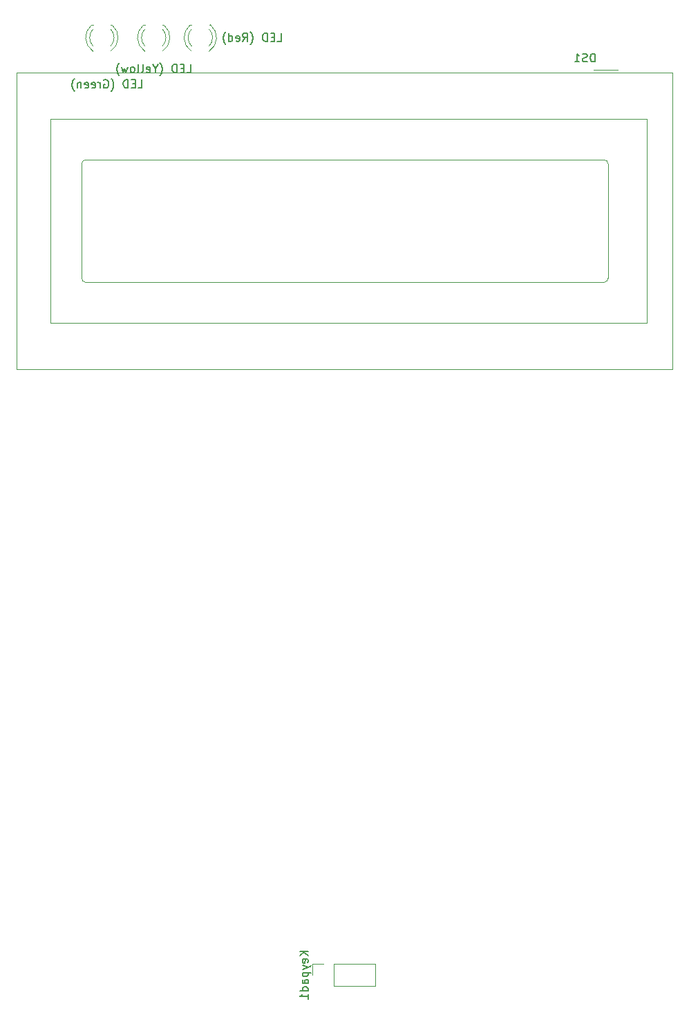
<source format=gbr>
G04 #@! TF.GenerationSoftware,KiCad,Pcbnew,(5.1.5)-3*
G04 #@! TF.CreationDate,2020-04-07T21:38:51+01:00*
G04 #@! TF.ProjectId,Keypad,4b657970-6164-42e6-9b69-6361645f7063,1*
G04 #@! TF.SameCoordinates,Original*
G04 #@! TF.FileFunction,Legend,Bot*
G04 #@! TF.FilePolarity,Positive*
%FSLAX46Y46*%
G04 Gerber Fmt 4.6, Leading zero omitted, Abs format (unit mm)*
G04 Created by KiCad (PCBNEW (5.1.5)-3) date 2020-04-07 21:38:51*
%MOMM*%
%LPD*%
G04 APERTURE LIST*
%ADD10C,0.120000*%
%ADD11C,0.150000*%
%ADD12C,0.100000*%
%ADD13O,1.702000X2.102000*%
%ADD14R,2.102000X2.102000*%
%ADD15C,3.102000*%
%ADD16O,1.902000X2.702000*%
%ADD17R,1.902000X2.702000*%
%ADD18C,1.702000*%
%ADD19R,1.702000X1.702000*%
%ADD20R,3.602000X3.602000*%
%ADD21O,3.602000X3.602000*%
%ADD22O,1.702000X1.702000*%
%ADD23O,1.802000X1.802000*%
%ADD24R,1.802000X1.802000*%
%ADD25C,2.202000*%
%ADD26O,1.802000X2.102000*%
%ADD27C,1.902000*%
%ADD28R,1.902000X1.902000*%
G04 APERTURE END LIST*
D10*
X186670636Y-68019233D02*
X186670636Y-43019233D01*
X113670636Y-68019233D02*
X186670636Y-68019233D01*
X113670636Y-43019233D02*
X113670636Y-68019233D01*
X186670636Y-43019233D02*
X113670636Y-43019233D01*
X181469976Y-48017693D02*
G75*
G02X181970356Y-48518073I0J-500380D01*
G01*
X181970356Y-62518553D02*
G75*
G02X181469976Y-63018933I-500380J0D01*
G01*
X117969976Y-63018933D02*
G75*
G02X117469596Y-62518553I0J500380D01*
G01*
X117470636Y-48519233D02*
G75*
G02X117970636Y-48019233I500000J0D01*
G01*
X117470636Y-48519233D02*
X117470636Y-62519233D01*
X117969976Y-63019233D02*
X181470636Y-63019233D01*
X181970356Y-62518553D02*
X181970356Y-48519233D01*
X181470636Y-48019233D02*
X117970636Y-48019233D01*
X183170636Y-37019233D02*
X180170636Y-37019233D01*
X189800636Y-37379233D02*
X189010636Y-37379233D01*
X189810636Y-37379233D02*
X189810636Y-73659233D01*
X109530636Y-37379233D02*
X189010636Y-37379233D01*
X109530636Y-73659233D02*
X109530636Y-37379233D01*
X189810636Y-73659233D02*
X109530636Y-73659233D01*
X145736000Y-146498000D02*
X145736000Y-147828000D01*
X147066000Y-146498000D02*
X145736000Y-146498000D01*
X148336000Y-146498000D02*
X148336000Y-149158000D01*
X148336000Y-149158000D02*
X153476000Y-149158000D01*
X148336000Y-146498000D02*
X153476000Y-146498000D01*
X153476000Y-146498000D02*
X153476000Y-149158000D01*
X133082585Y-31492360D02*
X133238585Y-31492360D01*
X130766585Y-31492360D02*
X130922585Y-31492360D01*
X133082422Y-34093490D02*
G75*
G03X133082585Y-32011399I-1079837J1041130D01*
G01*
X130922748Y-34093490D02*
G75*
G02X130922585Y-32011399I1079837J1041130D01*
G01*
X133081193Y-34724695D02*
G75*
G03X133238101Y-31492360I-1078608J1672335D01*
G01*
X130923977Y-34724695D02*
G75*
G02X130767069Y-31492360I1078608J1672335D01*
G01*
X127367585Y-31492360D02*
X127523585Y-31492360D01*
X125051585Y-31492360D02*
X125207585Y-31492360D01*
X127367422Y-34093490D02*
G75*
G03X127367585Y-32011399I-1079837J1041130D01*
G01*
X125207748Y-34093490D02*
G75*
G02X125207585Y-32011399I1079837J1041130D01*
G01*
X127366193Y-34724695D02*
G75*
G03X127523101Y-31492360I-1078608J1672335D01*
G01*
X125208977Y-34724695D02*
G75*
G02X125052069Y-31492360I1078608J1672335D01*
G01*
X121017585Y-31492360D02*
X121173585Y-31492360D01*
X118701585Y-31492360D02*
X118857585Y-31492360D01*
X121017422Y-34093490D02*
G75*
G03X121017585Y-32011399I-1079837J1041130D01*
G01*
X118857748Y-34093490D02*
G75*
G02X118857585Y-32011399I1079837J1041130D01*
G01*
X121016193Y-34724695D02*
G75*
G03X121173101Y-31492360I-1078608J1672335D01*
G01*
X118858977Y-34724695D02*
G75*
G02X118702069Y-31492360I1078608J1672335D01*
G01*
D11*
X180344921Y-36026613D02*
X180344921Y-35026613D01*
X180106826Y-35026613D01*
X179963969Y-35074233D01*
X179868731Y-35169471D01*
X179821112Y-35264709D01*
X179773493Y-35455185D01*
X179773493Y-35598042D01*
X179821112Y-35788518D01*
X179868731Y-35883756D01*
X179963969Y-35978994D01*
X180106826Y-36026613D01*
X180344921Y-36026613D01*
X179392540Y-35978994D02*
X179249683Y-36026613D01*
X179011588Y-36026613D01*
X178916350Y-35978994D01*
X178868731Y-35931375D01*
X178821112Y-35836137D01*
X178821112Y-35740899D01*
X178868731Y-35645661D01*
X178916350Y-35598042D01*
X179011588Y-35550423D01*
X179202064Y-35502804D01*
X179297302Y-35455185D01*
X179344921Y-35407566D01*
X179392540Y-35312328D01*
X179392540Y-35217090D01*
X179344921Y-35121852D01*
X179297302Y-35074233D01*
X179202064Y-35026613D01*
X178963969Y-35026613D01*
X178821112Y-35074233D01*
X177868731Y-36026613D02*
X178440159Y-36026613D01*
X178154445Y-36026613D02*
X178154445Y-35026613D01*
X178249683Y-35169471D01*
X178344921Y-35264709D01*
X178440159Y-35312328D01*
X145188380Y-144923238D02*
X144188380Y-144923238D01*
X145188380Y-145494666D02*
X144616952Y-145066095D01*
X144188380Y-145494666D02*
X144759809Y-144923238D01*
X145140761Y-146304190D02*
X145188380Y-146208952D01*
X145188380Y-146018476D01*
X145140761Y-145923238D01*
X145045523Y-145875619D01*
X144664571Y-145875619D01*
X144569333Y-145923238D01*
X144521714Y-146018476D01*
X144521714Y-146208952D01*
X144569333Y-146304190D01*
X144664571Y-146351809D01*
X144759809Y-146351809D01*
X144855047Y-145875619D01*
X144521714Y-146685142D02*
X145188380Y-146923238D01*
X144521714Y-147161333D02*
X145188380Y-146923238D01*
X145426476Y-146828000D01*
X145474095Y-146780380D01*
X145521714Y-146685142D01*
X144521714Y-147542285D02*
X145521714Y-147542285D01*
X144569333Y-147542285D02*
X144521714Y-147637523D01*
X144521714Y-147828000D01*
X144569333Y-147923238D01*
X144616952Y-147970857D01*
X144712190Y-148018476D01*
X144997904Y-148018476D01*
X145093142Y-147970857D01*
X145140761Y-147923238D01*
X145188380Y-147828000D01*
X145188380Y-147637523D01*
X145140761Y-147542285D01*
X145188380Y-148875619D02*
X144664571Y-148875619D01*
X144569333Y-148828000D01*
X144521714Y-148732761D01*
X144521714Y-148542285D01*
X144569333Y-148447047D01*
X145140761Y-148875619D02*
X145188380Y-148780380D01*
X145188380Y-148542285D01*
X145140761Y-148447047D01*
X145045523Y-148399428D01*
X144950285Y-148399428D01*
X144855047Y-148447047D01*
X144807428Y-148542285D01*
X144807428Y-148780380D01*
X144759809Y-148875619D01*
X145188380Y-149780380D02*
X144188380Y-149780380D01*
X145140761Y-149780380D02*
X145188380Y-149685142D01*
X145188380Y-149494666D01*
X145140761Y-149399428D01*
X145093142Y-149351809D01*
X144997904Y-149304190D01*
X144712190Y-149304190D01*
X144616952Y-149351809D01*
X144569333Y-149399428D01*
X144521714Y-149494666D01*
X144521714Y-149685142D01*
X144569333Y-149780380D01*
X145188380Y-150780380D02*
X145188380Y-150208952D01*
X145188380Y-150494666D02*
X144188380Y-150494666D01*
X144331238Y-150399428D01*
X144426476Y-150304190D01*
X144474095Y-150208952D01*
X141424013Y-33504740D02*
X141900204Y-33504740D01*
X141900204Y-32504740D01*
X141090680Y-32980931D02*
X140757346Y-32980931D01*
X140614489Y-33504740D02*
X141090680Y-33504740D01*
X141090680Y-32504740D01*
X140614489Y-32504740D01*
X140185918Y-33504740D02*
X140185918Y-32504740D01*
X139947823Y-32504740D01*
X139804965Y-32552360D01*
X139709727Y-32647598D01*
X139662108Y-32742836D01*
X139614489Y-32933312D01*
X139614489Y-33076169D01*
X139662108Y-33266645D01*
X139709727Y-33361883D01*
X139804965Y-33457121D01*
X139947823Y-33504740D01*
X140185918Y-33504740D01*
X138138299Y-33885693D02*
X138185918Y-33838074D01*
X138281156Y-33695217D01*
X138328775Y-33599979D01*
X138376394Y-33457121D01*
X138424013Y-33219026D01*
X138424013Y-33028550D01*
X138376394Y-32790455D01*
X138328775Y-32647598D01*
X138281156Y-32552360D01*
X138185918Y-32409502D01*
X138138299Y-32361883D01*
X137185918Y-33504740D02*
X137519251Y-33028550D01*
X137757346Y-33504740D02*
X137757346Y-32504740D01*
X137376394Y-32504740D01*
X137281156Y-32552360D01*
X137233537Y-32599979D01*
X137185918Y-32695217D01*
X137185918Y-32838074D01*
X137233537Y-32933312D01*
X137281156Y-32980931D01*
X137376394Y-33028550D01*
X137757346Y-33028550D01*
X136376394Y-33457121D02*
X136471632Y-33504740D01*
X136662108Y-33504740D01*
X136757346Y-33457121D01*
X136804965Y-33361883D01*
X136804965Y-32980931D01*
X136757346Y-32885693D01*
X136662108Y-32838074D01*
X136471632Y-32838074D01*
X136376394Y-32885693D01*
X136328775Y-32980931D01*
X136328775Y-33076169D01*
X136804965Y-33171407D01*
X135471632Y-33504740D02*
X135471632Y-32504740D01*
X135471632Y-33457121D02*
X135566870Y-33504740D01*
X135757346Y-33504740D01*
X135852585Y-33457121D01*
X135900204Y-33409502D01*
X135947823Y-33314264D01*
X135947823Y-33028550D01*
X135900204Y-32933312D01*
X135852585Y-32885693D01*
X135757346Y-32838074D01*
X135566870Y-32838074D01*
X135471632Y-32885693D01*
X135090680Y-33885693D02*
X135043061Y-33838074D01*
X134947823Y-33695217D01*
X134900204Y-33599979D01*
X134852585Y-33457121D01*
X134804965Y-33219026D01*
X134804965Y-33028550D01*
X134852585Y-32790455D01*
X134900204Y-32647598D01*
X134947823Y-32552360D01*
X135043061Y-32409502D01*
X135090680Y-32361883D01*
X130335204Y-37314740D02*
X130811394Y-37314740D01*
X130811394Y-36314740D01*
X130001870Y-36790931D02*
X129668537Y-36790931D01*
X129525680Y-37314740D02*
X130001870Y-37314740D01*
X130001870Y-36314740D01*
X129525680Y-36314740D01*
X129097108Y-37314740D02*
X129097108Y-36314740D01*
X128859013Y-36314740D01*
X128716156Y-36362360D01*
X128620918Y-36457598D01*
X128573299Y-36552836D01*
X128525680Y-36743312D01*
X128525680Y-36886169D01*
X128573299Y-37076645D01*
X128620918Y-37171883D01*
X128716156Y-37267121D01*
X128859013Y-37314740D01*
X129097108Y-37314740D01*
X127049489Y-37695693D02*
X127097108Y-37648074D01*
X127192346Y-37505217D01*
X127239965Y-37409979D01*
X127287585Y-37267121D01*
X127335204Y-37029026D01*
X127335204Y-36838550D01*
X127287585Y-36600455D01*
X127239965Y-36457598D01*
X127192346Y-36362360D01*
X127097108Y-36219502D01*
X127049489Y-36171883D01*
X126478061Y-36838550D02*
X126478061Y-37314740D01*
X126811394Y-36314740D02*
X126478061Y-36838550D01*
X126144727Y-36314740D01*
X125430442Y-37267121D02*
X125525680Y-37314740D01*
X125716156Y-37314740D01*
X125811394Y-37267121D01*
X125859013Y-37171883D01*
X125859013Y-36790931D01*
X125811394Y-36695693D01*
X125716156Y-36648074D01*
X125525680Y-36648074D01*
X125430442Y-36695693D01*
X125382823Y-36790931D01*
X125382823Y-36886169D01*
X125859013Y-36981407D01*
X124811394Y-37314740D02*
X124906632Y-37267121D01*
X124954251Y-37171883D01*
X124954251Y-36314740D01*
X124287585Y-37314740D02*
X124382823Y-37267121D01*
X124430442Y-37171883D01*
X124430442Y-36314740D01*
X123763775Y-37314740D02*
X123859013Y-37267121D01*
X123906632Y-37219502D01*
X123954251Y-37124264D01*
X123954251Y-36838550D01*
X123906632Y-36743312D01*
X123859013Y-36695693D01*
X123763775Y-36648074D01*
X123620918Y-36648074D01*
X123525680Y-36695693D01*
X123478061Y-36743312D01*
X123430442Y-36838550D01*
X123430442Y-37124264D01*
X123478061Y-37219502D01*
X123525680Y-37267121D01*
X123620918Y-37314740D01*
X123763775Y-37314740D01*
X123097108Y-36648074D02*
X122906632Y-37314740D01*
X122716156Y-36838550D01*
X122525680Y-37314740D01*
X122335204Y-36648074D01*
X122049489Y-37695693D02*
X122001870Y-37648074D01*
X121906632Y-37505217D01*
X121859013Y-37409979D01*
X121811394Y-37267121D01*
X121763775Y-37029026D01*
X121763775Y-36838550D01*
X121811394Y-36600455D01*
X121859013Y-36457598D01*
X121906632Y-36362360D01*
X122001870Y-36219502D01*
X122049489Y-36171883D01*
X124382108Y-39219740D02*
X124858299Y-39219740D01*
X124858299Y-38219740D01*
X124048775Y-38695931D02*
X123715442Y-38695931D01*
X123572585Y-39219740D02*
X124048775Y-39219740D01*
X124048775Y-38219740D01*
X123572585Y-38219740D01*
X123144013Y-39219740D02*
X123144013Y-38219740D01*
X122905918Y-38219740D01*
X122763061Y-38267360D01*
X122667823Y-38362598D01*
X122620204Y-38457836D01*
X122572585Y-38648312D01*
X122572585Y-38791169D01*
X122620204Y-38981645D01*
X122667823Y-39076883D01*
X122763061Y-39172121D01*
X122905918Y-39219740D01*
X123144013Y-39219740D01*
X121096394Y-39600693D02*
X121144013Y-39553074D01*
X121239251Y-39410217D01*
X121286870Y-39314979D01*
X121334489Y-39172121D01*
X121382108Y-38934026D01*
X121382108Y-38743550D01*
X121334489Y-38505455D01*
X121286870Y-38362598D01*
X121239251Y-38267360D01*
X121144013Y-38124502D01*
X121096394Y-38076883D01*
X120191632Y-38267360D02*
X120286870Y-38219740D01*
X120429727Y-38219740D01*
X120572585Y-38267360D01*
X120667823Y-38362598D01*
X120715442Y-38457836D01*
X120763061Y-38648312D01*
X120763061Y-38791169D01*
X120715442Y-38981645D01*
X120667823Y-39076883D01*
X120572585Y-39172121D01*
X120429727Y-39219740D01*
X120334489Y-39219740D01*
X120191632Y-39172121D01*
X120144013Y-39124502D01*
X120144013Y-38791169D01*
X120334489Y-38791169D01*
X119715442Y-39219740D02*
X119715442Y-38553074D01*
X119715442Y-38743550D02*
X119667823Y-38648312D01*
X119620204Y-38600693D01*
X119524965Y-38553074D01*
X119429727Y-38553074D01*
X118715442Y-39172121D02*
X118810680Y-39219740D01*
X119001156Y-39219740D01*
X119096394Y-39172121D01*
X119144013Y-39076883D01*
X119144013Y-38695931D01*
X119096394Y-38600693D01*
X119001156Y-38553074D01*
X118810680Y-38553074D01*
X118715442Y-38600693D01*
X118667823Y-38695931D01*
X118667823Y-38791169D01*
X119144013Y-38886407D01*
X117858299Y-39172121D02*
X117953537Y-39219740D01*
X118144013Y-39219740D01*
X118239251Y-39172121D01*
X118286870Y-39076883D01*
X118286870Y-38695931D01*
X118239251Y-38600693D01*
X118144013Y-38553074D01*
X117953537Y-38553074D01*
X117858299Y-38600693D01*
X117810680Y-38695931D01*
X117810680Y-38791169D01*
X118286870Y-38886407D01*
X117382108Y-38553074D02*
X117382108Y-39219740D01*
X117382108Y-38648312D02*
X117334489Y-38600693D01*
X117239251Y-38553074D01*
X117096394Y-38553074D01*
X117001156Y-38600693D01*
X116953537Y-38695931D01*
X116953537Y-39219740D01*
X116572585Y-39600693D02*
X116524965Y-39553074D01*
X116429727Y-39410217D01*
X116382108Y-39314979D01*
X116334489Y-39172121D01*
X116286870Y-38934026D01*
X116286870Y-38743550D01*
X116334489Y-38505455D01*
X116382108Y-38362598D01*
X116429727Y-38267360D01*
X116524965Y-38124502D01*
X116572585Y-38076883D01*
%LPC*%
D12*
G36*
X190500000Y-170180000D02*
G01*
X109474000Y-170180000D01*
X109474000Y-155448000D01*
X190500000Y-155448000D01*
X190500000Y-170180000D01*
G37*
X190500000Y-170180000D02*
X109474000Y-170180000D01*
X109474000Y-155448000D01*
X190500000Y-155448000D01*
X190500000Y-170180000D01*
D13*
X138430000Y-121285000D03*
X135890000Y-121285000D03*
X133350000Y-121285000D03*
X130810000Y-121285000D03*
X128270000Y-121285000D03*
X125730000Y-121285000D03*
X123190000Y-121285000D03*
X120650000Y-121285000D03*
X120650000Y-98425000D03*
X123190000Y-98425000D03*
X125730000Y-98425000D03*
X128270000Y-98425000D03*
X130810000Y-98425000D03*
X133350000Y-98425000D03*
D14*
X138430000Y-98425000D03*
D13*
X135890000Y-98425000D03*
D15*
X112170636Y-40019233D03*
X112171156Y-71019933D03*
X187169736Y-71019933D03*
X187169736Y-40019233D03*
D16*
X143570636Y-40019233D03*
X146110636Y-40019233D03*
X148650636Y-40019233D03*
X151190636Y-40019233D03*
X153730636Y-40019233D03*
X156270636Y-40019233D03*
X158810636Y-40019233D03*
X161350636Y-40019233D03*
X163890636Y-40019233D03*
X166430636Y-40019233D03*
X168970636Y-40019233D03*
X171510636Y-40019233D03*
X174050636Y-40019233D03*
X176590636Y-40019233D03*
X179130636Y-40019233D03*
D17*
X181670636Y-40019233D03*
D18*
X161925000Y-78780000D03*
D19*
X161925000Y-81280000D03*
D20*
X115316000Y-145542000D03*
D21*
X115316000Y-131572000D03*
D22*
X130556000Y-137922000D03*
D18*
X130556000Y-127762000D03*
D23*
X152146000Y-147828000D03*
X149606000Y-147828000D03*
D24*
X147066000Y-147828000D03*
D25*
X153750000Y-97660000D03*
X156250000Y-99910000D03*
X156250000Y-94910000D03*
D26*
X132040000Y-145415000D03*
D12*
G36*
X130201975Y-144365276D02*
G01*
X130227699Y-144369092D01*
X130252925Y-144375411D01*
X130277411Y-144384172D01*
X130300920Y-144395291D01*
X130323226Y-144408661D01*
X130344114Y-144424152D01*
X130363383Y-144441617D01*
X130380848Y-144460886D01*
X130396339Y-144481774D01*
X130409709Y-144504080D01*
X130420828Y-144527589D01*
X130429589Y-144552075D01*
X130435908Y-144577301D01*
X130439724Y-144603025D01*
X130441000Y-144629000D01*
X130441000Y-146201000D01*
X130439724Y-146226975D01*
X130435908Y-146252699D01*
X130429589Y-146277925D01*
X130420828Y-146302411D01*
X130409709Y-146325920D01*
X130396339Y-146348226D01*
X130380848Y-146369114D01*
X130363383Y-146388383D01*
X130344114Y-146405848D01*
X130323226Y-146421339D01*
X130300920Y-146434709D01*
X130277411Y-146445828D01*
X130252925Y-146454589D01*
X130227699Y-146460908D01*
X130201975Y-146464724D01*
X130176000Y-146466000D01*
X128904000Y-146466000D01*
X128878025Y-146464724D01*
X128852301Y-146460908D01*
X128827075Y-146454589D01*
X128802589Y-146445828D01*
X128779080Y-146434709D01*
X128756774Y-146421339D01*
X128735886Y-146405848D01*
X128716617Y-146388383D01*
X128699152Y-146369114D01*
X128683661Y-146348226D01*
X128670291Y-146325920D01*
X128659172Y-146302411D01*
X128650411Y-146277925D01*
X128644092Y-146252699D01*
X128640276Y-146226975D01*
X128639000Y-146201000D01*
X128639000Y-144629000D01*
X128640276Y-144603025D01*
X128644092Y-144577301D01*
X128650411Y-144552075D01*
X128659172Y-144527589D01*
X128670291Y-144504080D01*
X128683661Y-144481774D01*
X128699152Y-144460886D01*
X128716617Y-144441617D01*
X128735886Y-144424152D01*
X128756774Y-144408661D01*
X128779080Y-144395291D01*
X128802589Y-144384172D01*
X128827075Y-144375411D01*
X128852301Y-144369092D01*
X128878025Y-144365276D01*
X128904000Y-144364000D01*
X130176000Y-144364000D01*
X130201975Y-144365276D01*
G37*
D27*
X132002585Y-34322360D03*
D28*
X132002585Y-31782360D03*
D27*
X126287585Y-34322360D03*
D28*
X126287585Y-31782360D03*
D27*
X119937585Y-34322360D03*
D28*
X119937585Y-31782360D03*
D23*
X182785000Y-84455000D03*
X180245000Y-84455000D03*
X177705000Y-84455000D03*
D24*
X175165000Y-84455000D03*
D23*
X171355000Y-123190000D03*
X171355000Y-120650000D03*
X171355000Y-118110000D03*
X171355000Y-115570000D03*
X171355000Y-113030000D03*
X171355000Y-110490000D03*
X171355000Y-107950000D03*
X171355000Y-105410000D03*
X171355000Y-102870000D03*
X171355000Y-100330000D03*
X171355000Y-97790000D03*
X171355000Y-95250000D03*
X171355000Y-92710000D03*
X171355000Y-90170000D03*
X171355000Y-87630000D03*
D24*
X171355000Y-85090000D03*
D22*
X128270000Y-81280000D03*
D18*
X128270000Y-91440000D03*
D22*
X121920000Y-81280000D03*
D18*
X121920000Y-91440000D03*
D22*
X115570000Y-81280000D03*
D18*
X115570000Y-91440000D03*
D22*
X134620000Y-81280000D03*
D18*
X134620000Y-91440000D03*
D22*
X125730000Y-127635000D03*
D18*
X125730000Y-137795000D03*
M02*

</source>
